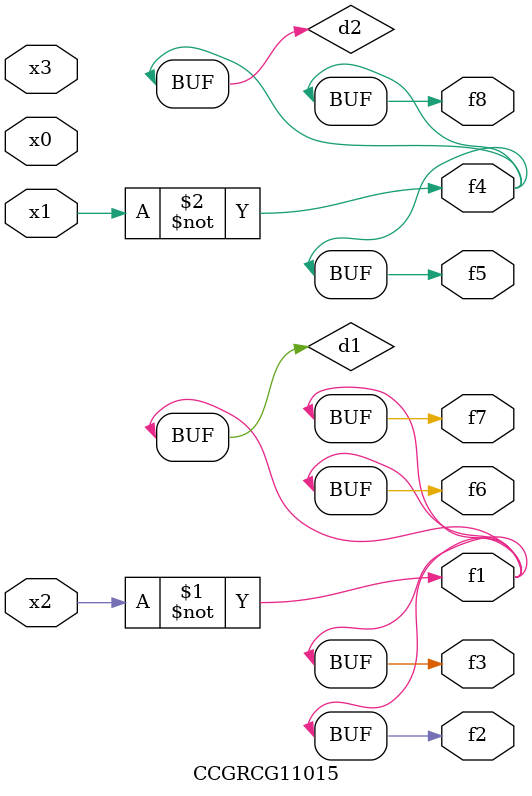
<source format=v>
module CCGRCG11015(
	input x0, x1, x2, x3,
	output f1, f2, f3, f4, f5, f6, f7, f8
);

	wire d1, d2;

	xnor (d1, x2);
	not (d2, x1);
	assign f1 = d1;
	assign f2 = d1;
	assign f3 = d1;
	assign f4 = d2;
	assign f5 = d2;
	assign f6 = d1;
	assign f7 = d1;
	assign f8 = d2;
endmodule

</source>
